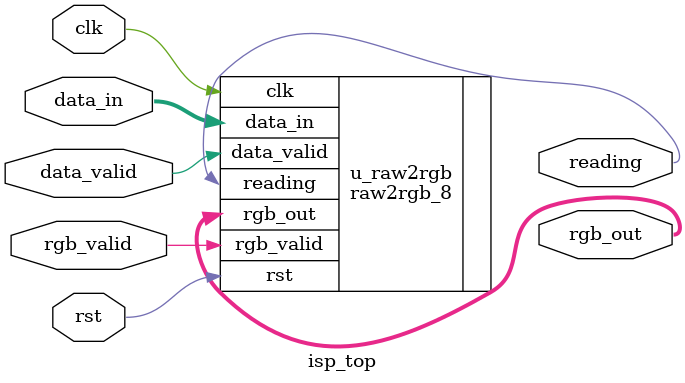
<source format=v>
module isp_top (
	clk,
	rst,
	data_in,
	data_valid,
	rgb_valid,
	reading,
	rgb_out
);
	parameter LINE_LENGTH = 640;
	parameter RGB_WIDTH = 24;
	input wire clk;
	input wire rst;
	localparam top_pkg_NUM_LANE = 2;
	input wire [15:0] data_in;
	input wire data_valid;
	input wire rgb_valid;
	output wire reading;
	output wire [RGB_WIDTH - 1:0] rgb_out;
	localparam signed [31:0] hdmi_pkg_HSCREEN = 1280;
	raw2rgb_8 #(
		.LINE_LENGTH(640),
		.RGB_WIDTH(RGB_WIDTH)
	) u_raw2rgb(
		.clk(clk),
		.rst(rst),
		.data_in(data_in),
		.data_valid(data_valid),
		.rgb_valid(rgb_valid),
		.reading(reading),
		.rgb_out(rgb_out)
	);
endmodule

</source>
